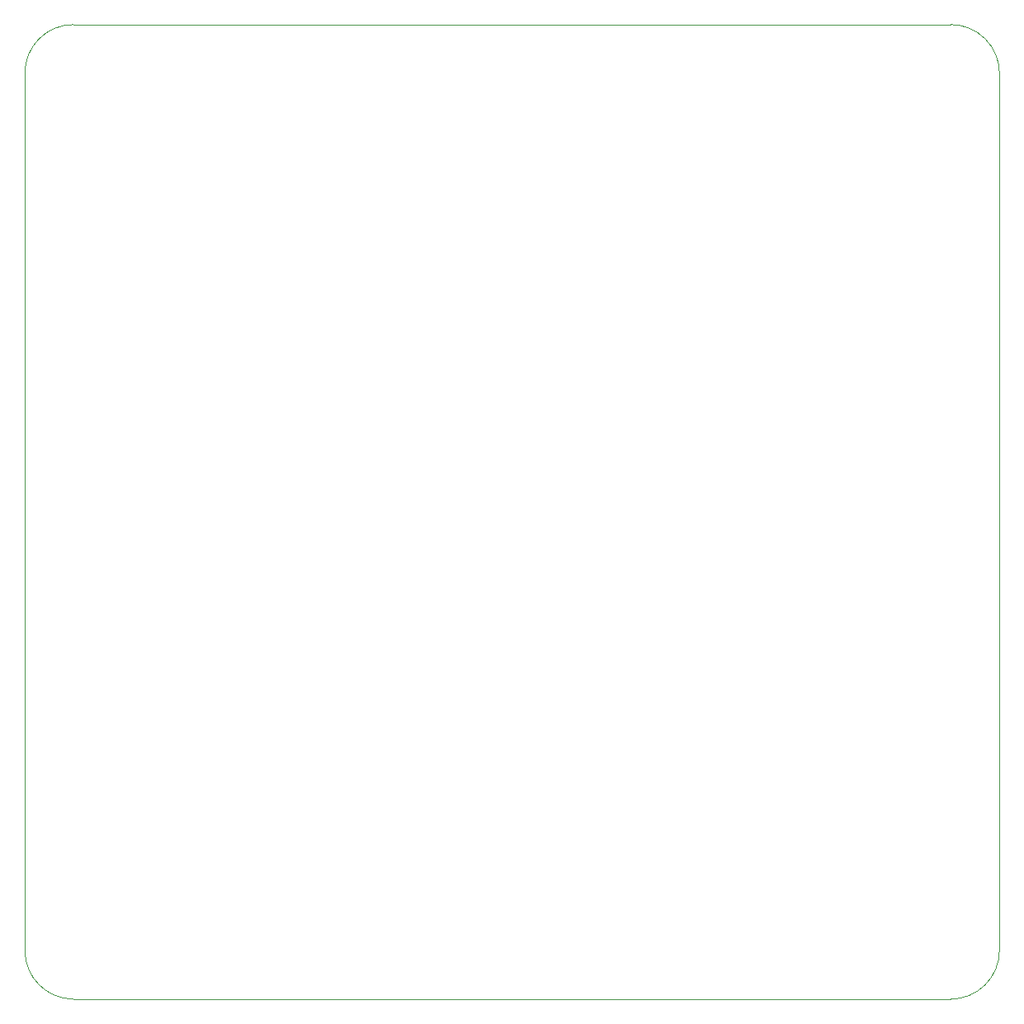
<source format=gbr>
%TF.GenerationSoftware,KiCad,Pcbnew,(6.0.7)*%
%TF.CreationDate,2023-03-28T13:11:04+02:00*%
%TF.ProjectId,open65,6f70656e-3635-42e6-9b69-6361645f7063,rev01*%
%TF.SameCoordinates,Original*%
%TF.FileFunction,Profile,NP*%
%FSLAX46Y46*%
G04 Gerber Fmt 4.6, Leading zero omitted, Abs format (unit mm)*
G04 Created by KiCad (PCBNEW (6.0.7)) date 2023-03-28 13:11:04*
%MOMM*%
%LPD*%
G01*
G04 APERTURE LIST*
%TA.AperFunction,Profile*%
%ADD10C,0.100000*%
%TD*%
G04 APERTURE END LIST*
D10*
X155000000Y-145000000D02*
X155000000Y-55000000D01*
X60000000Y-50000000D02*
X150000000Y-50000000D01*
X150000000Y-150000000D02*
G75*
G03*
X155000000Y-145000000I0J5000000D01*
G01*
X155000000Y-55000000D02*
G75*
G03*
X150000000Y-50000000I-5000000J0D01*
G01*
X55000000Y-145000000D02*
G75*
G03*
X60000000Y-150000000I5000000J0D01*
G01*
X55000000Y-145000000D02*
X55000000Y-54980000D01*
X60000000Y-50000000D02*
G75*
G03*
X55000000Y-54980000I-19960J-4980000D01*
G01*
X150000000Y-150000000D02*
X60000000Y-150000000D01*
M02*

</source>
